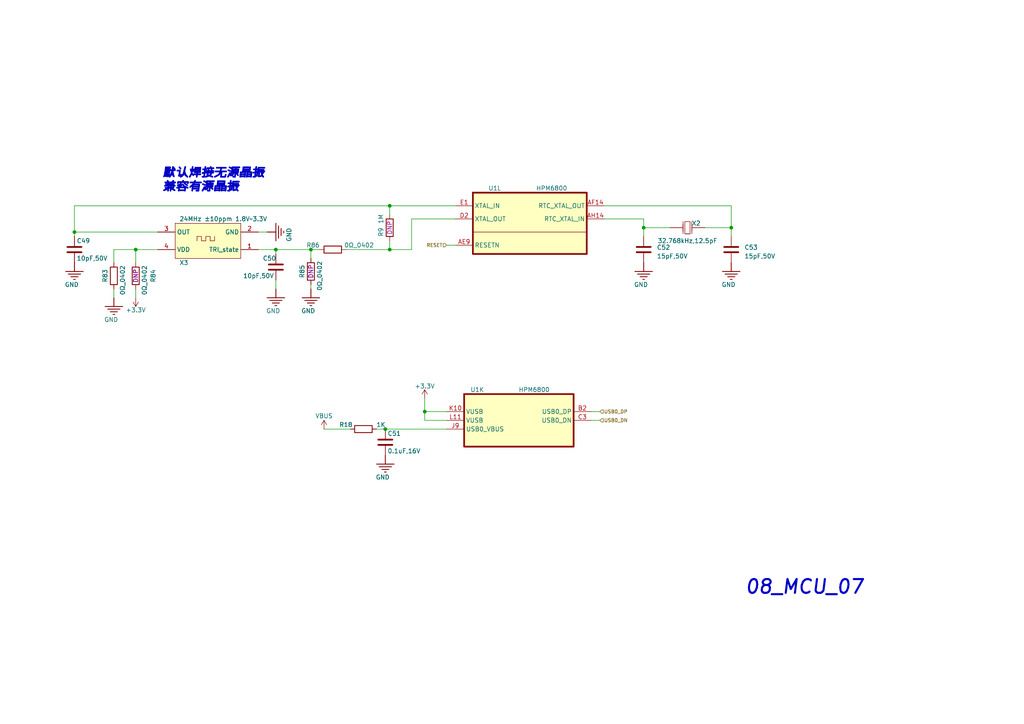
<source format=kicad_sch>
(kicad_sch (version 20230121) (generator eeschema)
  (paper "A4")
  (junction (at 111.76 124.46))
  (junction (at 186.69 66.04))
  (junction (at 80.01 72.39))
  (junction (at 21.59 67.31))
  (junction (at 123.19 119.38))
  (junction (at 212.09 66.04))
  (junction (at 90.17 72.39))
  (junction (at 113.03 59.69))
  (junction (at 39.37 72.39))
  (junction (at 113.03 72.39))
  (wire (pts (xy 129.54 71.12) (xy 132.08 71.12)))
  (wire (pts (xy 186.69 63.5) (xy 186.69 66.04)) (stroke (width 0.15)))
  (wire (pts (xy 186.69 68.58) (xy 186.69 66.04)))
  (wire (pts (xy 74.93 72.39) (xy 80.01 72.39)))
  (wire (pts (xy 39.37 72.39) (xy 45.72 72.39)))
  (wire (pts (xy 80.01 72.39) (xy 80.01 73.66)))
  (wire (pts (xy 74.93 67.31) (xy 77.47 67.31)))
  (wire (pts (xy 113.03 72.39) (xy 119.38 72.39)) (stroke (width 0.15)))
  (wire (pts (xy 33.02 83.82) (xy 33.02 86.36)))
  (wire (pts (xy 35.56 72.39) (xy 33.02 72.39)) (stroke (width 0.15)))
  (wire (pts (xy 113.03 59.69) (xy 132.08 59.69)))
  (wire (pts (xy 90.17 74.93) (xy 90.17 72.39)))
  (wire (pts (xy 212.09 66.04) (xy 212.09 68.58)))
  (wire (pts (xy 93.98 124.46) (xy 101.6 124.46)) (stroke (width 0.15)))
  (wire (pts (xy 80.01 72.39) (xy 90.17 72.39)))
  (wire (pts (xy 39.37 72.39) (xy 39.37 76.2)))
  (wire (pts (xy 113.03 69.85) (xy 113.03 72.39)))
  (wire (pts (xy 109.22 124.46) (xy 111.76 124.46)) (stroke (width 0.15)))
  (wire (pts (xy 35.56 67.31) (xy 45.72 67.31)))
  (wire (pts (xy 132.08 63.5) (xy 119.38 63.5)) (stroke (width 0.15)))
  (wire (pts (xy 204.47 66.04) (xy 212.09 66.04)) (stroke (width 0.15)))
  (wire (pts (xy 21.59 59.69) (xy 113.03 59.69)))
  (wire (pts (xy 100.33 72.39) (xy 113.03 72.39)) (stroke (width 0.15)))
  (wire (pts (xy 35.56 72.39) (xy 39.37 72.39)))
  (wire (pts (xy 21.59 59.69) (xy 21.59 67.31)))
  (wire (pts (xy 21.59 67.31) (xy 21.59 68.58)))
  (wire (pts (xy 186.69 66.04) (xy 194.31 66.04)) (stroke (width 0.15)))
  (wire (pts (xy 175.26 63.5) (xy 186.69 63.5)) (stroke (width 0.15)))
  (wire (pts (xy 80.01 83.82) (xy 80.01 81.28)))
  (wire (pts (xy 21.59 67.31) (xy 35.56 67.31)) (stroke (width 0.15)))
  (wire (pts (xy 123.19 115.57) (xy 123.19 119.38)))
  (wire (pts (xy 113.03 62.23) (xy 113.03 59.69)))
  (wire (pts (xy 123.19 121.92) (xy 129.54 121.92)) (stroke (width 0.15)))
  (wire (pts (xy 171.45 119.38) (xy 173.99 119.38)) (stroke (width 0.15)))
  (wire (pts (xy 175.26 59.69) (xy 212.09 59.69)) (stroke (width 0.15)))
  (wire (pts (xy 33.02 72.39) (xy 33.02 76.2)))
  (wire (pts (xy 123.19 119.38) (xy 123.19 121.92)) (stroke (width 0.15)))
  (wire (pts (xy 171.45 121.92) (xy 173.99 121.92)) (stroke (width 0.15)))
  (wire (pts (xy 212.09 66.04) (xy 212.09 59.69)) (stroke (width 0.15)))
  (wire (pts (xy 90.17 83.82) (xy 90.17 82.55)))
  (wire (pts (xy 111.76 124.46) (xy 129.54 124.46)) (stroke (width 0.15)))
  (wire (pts (xy 123.19 119.38) (xy 129.54 119.38)) (stroke (width 0.15)))
  (wire (pts (xy 90.17 72.39) (xy 92.71 72.39)))
  (wire (pts (xy 119.38 63.5) (xy 119.38 72.39)) (stroke (width 0.15)))
  (wire (pts (xy 39.37 86.36) (xy 39.37 83.82)))
  (text "默认焊接无源晶振\n兼容有源晶振" (at 46.99 55.88 0) (effects (font (size 2.5 2.5) (thickness 0.5) bold italic) (justify left bottom)))
  (text "08_MCU_07" (at 215.9 172.72 0) (effects (font (size 4 4) (thickness 0.6) bold italic) (justify left bottom)))
  (hierarchical_label "USB0_DP" (shape input) (at 173.99 119.38 0) (effects (font (size 1 1))))
  (hierarchical_label "USB0_DN" (shape input) (at 173.99 121.92 0) (effects (font (size 1 1))))
  (hierarchical_label "RESET" (shape input) (at 129.54 71.12 180) (effects (font (size 1 1))))
  (symbol (lib_id "02_HPM_Resistor:1M") (at 113.03 66.04 90) (unit 1)
    (property "Reference" "R9" (at 110.49 67.31 0))
    (property "Value" "1M" (at 110.49 63.5 0))
    (property "Footprint" "02_HPM_Resistor:R_0402_1005Metric" (effects hide))
    (property "Model" "CQ02WGJ0105TCE" (effects hide))
    (property "Company" "UNI-ROYAL(厚声)" (effects hide))
    (property "ASSY_OPT" "DNP" (at 113.03 66.04 0))
  )
  (symbol (lib_id "03_HPM_Capacitance:15pF,50V") (at 212.09 72.39 0) (unit 1)
    (property "Reference" "C53" (at 215.9 71.755 0) (effects (justify left)))
    (property "Value" "15pF,50V" (at 215.9 74.295 0) (effects (justify left)))
    (property "Footprint" "03_HPM_Capacitance:C_0402" (effects hide))
    (property "Model" " CL05C150JB5NNNC" (effects hide))
    (property "Company" "SAMSUNG(三星)\n" (effects hide))
  )
  (symbol (lib_id "02_HPM_Resistor:0Ω_0402") (at 96.52 72.39 0) (unit 1)
    (property "Reference" "R86" (at 90.805 71.12 0))
    (property "Value" "0Ω_0402" (at 104.14 71.12 0))
    (property "Footprint" "02_HPM_Resistor:R_0402_1005Metric" (effects hide))
    (property "Model" "RC0402JR-070RL" (effects hide))
    (property "Company" "YAGEO(国巨)" (effects hide))
  )
  (symbol (lib_id "333-altium-import:GND") (at 77.47 67.31 90) (unit 1)
    (property "Reference" "#PWR0125" (effects hide))
    (property "Value" "GND" (at 83.82 66.04 0) (effects (justify right)))
  )
  (symbol (lib_id "00_HPM6800_Library:HPM6880IBD1") (at 166.37 114.3 0) (unit 11)
    (property "Reference" "U1" (at 138.43 113.03 0))
    (property "Value" "HPM6800" (at 154.94 113.03 0))
    (property "Footprint" "00_HPM_Library:BGA_417" (effects hide))
    (property "Company" "HPM" (effects hide))
  )
  (symbol (lib_id "333-altium-import:GND") (at 186.69 76.2 0) (unit 1)
    (property "Reference" "#PWR0143" (effects hide))
    (property "Value" "GND" (at 187.96 82.55 0) (effects (justify right)))
  )
  (symbol (lib_id "power:+3.3V") (at 39.37 86.36 180) (unit 1)
    (property "Reference" "#PWR03" (effects hide))
    (property "Value" "+3.3V" (at 39.37 89.916 0))
  )
  (symbol (lib_id "power:+3.3V") (at 123.19 115.57 0) (unit 1)
    (property "Reference" "#PWR0134" (effects hide))
    (property "Value" "+3.3V" (at 123.19 112.014 0))
    (instances (project "HPM1500_DDR2_CORE_RevA" (path "" (reference "#PWR0134") (unit 1)) (path "" (reference "#PWR040") (unit 1))))
  )
  (symbol (lib_id "03_HPM_Capacitance:15pF,50V") (at 186.69 72.39 0) (unit 1)
    (property "Reference" "C52" (at 190.5 71.755 0) (effects (justify left)))
    (property "Value" "15pF,50V" (at 190.5 74.295 0) (effects (justify left)))
    (property "Footprint" "03_HPM_Capacitance:C_0402" (effects hide))
    (property "Model" " CL05C150JB5NNNC" (effects hide))
    (property "Company" "SAMSUNG(三星)\n" (effects hide))
  )
  (symbol (lib_id "02_HPM_Resistor:0Ω_0402") (at 39.37 80.01 90) (unit 1)
    (property "Reference" "R84" (at 44.45 80.01 0))
    (property "Value" "0Ω_0402" (at 41.91 81.28 0))
    (property "Footprint" "02_HPM_Resistor:R_0402_1005Metric" (effects hide))
    (property "Model" "RC0402JR-070RL" (effects hide))
    (property "Company" "YAGEO(国巨)" (effects hide))
    (property "ASSY_OPT" "DNP" (at 39.37 80.01 0))
  )
  (symbol (lib_id "333-altium-import:GND") (at 33.02 86.36 0) (unit 1)
    (property "Reference" "#PWR018" (effects hide))
    (property "Value" "GND" (at 34.29 92.71 0) (effects (justify right)))
  )
  (symbol (lib_id "333-altium-import:GND") (at 111.76 132.08 0) (unit 1)
    (property "Reference" "#PWR0151" (effects hide))
    (property "Value" "GND" (at 113.03 138.43 0) (effects (justify right)))
  )
  (symbol (lib_id "03_HPM_Capacitance:0.1uF,16V") (at 111.76 128.27 0) (unit 1)
    (property "Reference" "C51" (at 112.395 125.73 0) (effects (justify left)))
    (property "Value" "0.1uF,16V" (at 112.395 130.81 0) (effects (justify left)))
    (property "Footprint" "03_HPM_Capacitance:C_0402" (effects hide))
    (property "Model" "CL05B104KO5NNNC" (effects hide))
    (property "Company" "SAMSUNG(三星)" (effects hide))
  )
  (symbol (lib_id "333-altium-import:GND") (at 90.17 83.82 0) (unit 1)
    (property "Reference" "#PWR028" (effects hide))
    (property "Value" "GND" (at 91.44 90.17 0) (effects (justify right)))
  )
  (symbol (lib_name "10pF,50V_1") (lib_id "03_HPM_Capacitance:10pF,50V") (at 80.01 77.47 0) (unit 1)
    (property "Reference" "C50" (at 76.2 74.93 0) (effects (justify left)))
    (property "Value" "10pF,50V" (at 70.485 80.01 0) (effects (justify left)))
    (property "Footprint" "03_HPM_Capacitance:C_0402" (effects hide))
    (property "Model" "CC0402JRNPO9BN100" (effects hide))
    (property "Company" " YAGEO(国巨)" (effects hide))
  )
  (symbol (lib_id "03_HPM_Capacitance:10pF,50V") (at 21.59 72.39 0) (unit 1)
    (property "Reference" "C49" (at 22.225 69.85 0) (effects (justify left)))
    (property "Value" "10pF,50V" (at 22.225 74.93 0) (effects (justify left)))
    (property "Footprint" "03_HPM_Capacitance:C_0402" (effects hide))
    (property "Model" "CC0402JRNPO9BN100" (effects hide))
    (property "Company" " YAGEO(国巨)" (effects hide))
  )
  (symbol (lib_id "11_HPM_Oscillator:24MHz ±10ppm 1.8V~3.3V") (at 74.93 74.93 180) (unit 1)
    (property "Reference" "X3" (at 53.34 76.2 0))
    (property "Value" "24MHz ±10ppm 1.8V~3.3V" (at 64.77 63.5 0))
    (property "Footprint" "11_HPM_Oscillator:OSC-3225" (effects hide))
    (property "Model" "OT322524MJBA4SL" (effects hide))
    (property "Company" "YXC(扬兴晶振)" (effects hide))
  )
  (symbol (lib_id "02_HPM_Resistor:0Ω_0402") (at 90.17 78.74 90) (unit 1)
    (property "Reference" "R85" (at 87.63 78.74 0))
    (property "Value" "0Ω_0402" (at 92.71 80.01 0))
    (property "Footprint" "02_HPM_Resistor:R_0402_1005Metric" (effects hide))
    (property "Model" "RC0402JR-070RL" (effects hide))
    (property "Company" "YAGEO(国巨)" (effects hide))
    (property "ASSY_OPT" "DNP" (at 90.17 78.74 0))
  )
  (symbol (lib_id "11_HPM_Oscillator:32.768kHz,12.5pF,20PPM") (at 199.39 66.04 0) (unit 1)
    (property "Reference" "X2" (at 201.93 64.77 0))
    (property "Value" "32.768kHz,12.5pF" (at 199.39 69.85 0))
    (property "Footprint" "11_HPM_Oscillator:3215" (effects hide))
    (property "Model" " FC-135 32.7680KA-AC" (effects hide))
    (property "Company" "EPSON(爱普生)" (effects hide))
  )
  (symbol (lib_id "333-altium-import:GND") (at 212.09 76.2 0) (unit 1)
    (property "Reference" "#PWR0138" (effects hide))
    (property "Value" "GND" (at 213.36 82.55 0) (effects (justify right)))
  )
  (symbol (lib_id "02_HPM_Resistor:1K") (at 105.41 124.46 0) (unit 1)
    (property "Reference" "R18" (at 100.33 123.19 0))
    (property "Value" "1K" (at 110.49 123.19 0))
    (property "Footprint" "02_HPM_Resistor:R_0402_1005Metric" (effects hide))
    (property "Model" "0402WGF1001TCE" (effects hide))
    (property "Company" "UNI-ROYAL(厚声)" (effects hide))
  )
  (symbol (lib_id "333-altium-import:GND") (at 80.01 83.82 0) (unit 1)
    (property "Reference" "#PWR0152" (effects hide))
    (property "Value" "GND" (at 81.28 90.17 0) (effects (justify right)))
  )
  (symbol (lib_id "00_HPM6800_Library:HPM6880IBD1") (at 170.18 55.88 0) (unit 12)
    (property "Reference" "U1" (at 143.51 54.61 0))
    (property "Value" "HPM6800" (at 160.02 54.61 0))
    (property "Footprint" "00_HPM_Library:BGA_417" (effects hide))
    (property "Company" "HPM" (effects hide))
  )
  (symbol (lib_id "333-altium-import:GND") (at 21.59 76.2 0) (unit 1)
    (property "Reference" "#PWR0150" (effects hide))
    (property "Value" "GND" (at 22.86 82.55 0) (effects (justify right)))
  )
  (symbol (lib_id "power:VBUS") (at 93.98 124.46 0) (unit 1)
    (property "Reference" "#PWR0147" (effects hide))
    (property "Value" "VBUS" (at 93.98 120.65 0))
  )
  (symbol (lib_id "02_HPM_Resistor:0Ω_0402") (at 33.02 80.01 90) (unit 1)
    (property "Reference" "R83" (at 30.48 80.01 0))
    (property "Value" "0Ω_0402" (at 35.56 81.28 0))
    (property "Footprint" "02_HPM_Resistor:R_0402_1005Metric" (effects hide))
    (property "Model" "RC0402JR-070RL" (effects hide))
    (property "Company" "YAGEO(国巨)" (effects hide))
  )
)
</source>
